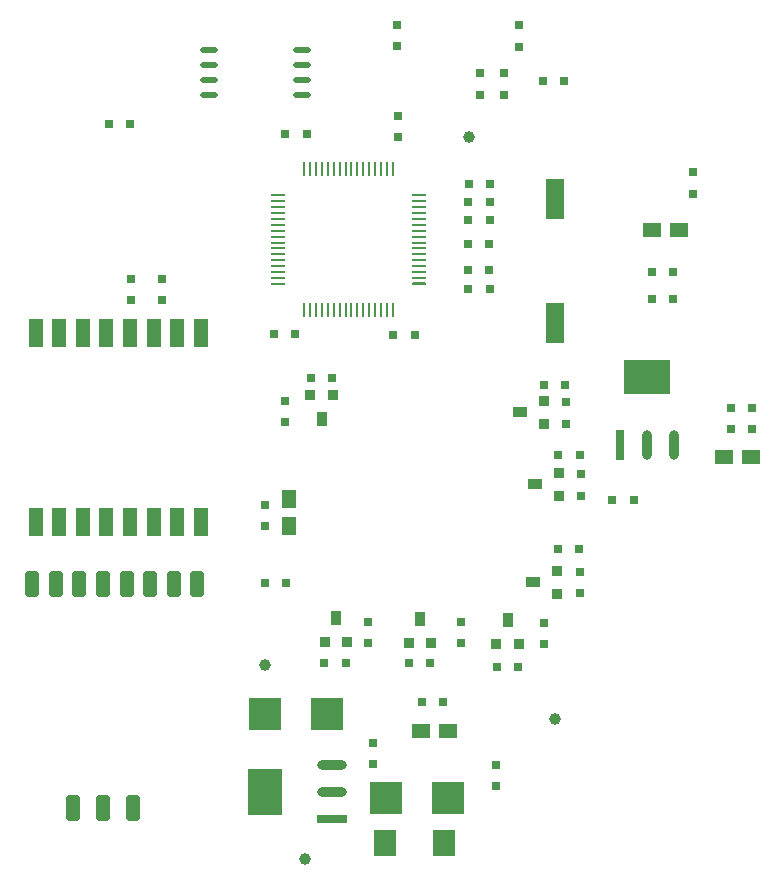
<source format=gtp>
%FSLAX25Y25*%
%MOIN*%
G70*
G01*
G75*
G04 Layer_Color=8421504*
%ADD10R,0.03000X0.03000*%
%ADD11R,0.03000X0.03000*%
%ADD12R,0.06000X0.13780*%
%ADD13R,0.05000X0.01000*%
%ADD14O,0.05000X0.01000*%
%ADD15R,0.01000X0.05000*%
%ADD16C,0.03937*%
%ADD17R,0.03600X0.03600*%
%ADD18R,0.05000X0.03600*%
%ADD19R,0.03600X0.03600*%
%ADD20R,0.03600X0.05000*%
%ADD21R,0.06000X0.05000*%
%ADD22R,0.07500X0.09000*%
%ADD23R,0.10827X0.10827*%
%ADD24R,0.05000X0.06000*%
%ADD25R,0.15748X0.11811*%
%ADD26O,0.03150X0.09843*%
%ADD27R,0.03150X0.09843*%
%ADD28R,0.11811X0.15748*%
%ADD29O,0.09843X0.03150*%
%ADD30R,0.09843X0.03150*%
%ADD31O,0.05906X0.01969*%
G04:AMPARAMS|DCode=32|XSize=86.61mil|YSize=47.24mil|CornerRadius=11.81mil|HoleSize=0mil|Usage=FLASHONLY|Rotation=270.000|XOffset=0mil|YOffset=0mil|HoleType=Round|Shape=RoundedRectangle|*
%AMROUNDEDRECTD32*
21,1,0.08661,0.02362,0,0,270.0*
21,1,0.06299,0.04724,0,0,270.0*
1,1,0.02362,-0.01181,-0.03150*
1,1,0.02362,-0.01181,0.03150*
1,1,0.02362,0.01181,0.03150*
1,1,0.02362,0.01181,-0.03150*
%
%ADD32ROUNDEDRECTD32*%
%ADD33R,0.04724X0.09449*%
%ADD34C,0.01000*%
%ADD35C,0.01969*%
%ADD36C,0.03150*%
%ADD37C,0.01181*%
%ADD38C,0.02953*%
%ADD39C,0.06000*%
%ADD40O,0.07874X0.11811*%
%ADD41C,0.06200*%
%ADD42P,0.06711X8X22.5*%
%ADD43R,0.05906X0.05906*%
%ADD44C,0.05906*%
%ADD45O,0.06000X0.04000*%
%ADD46O,0.04724X0.07874*%
%ADD47P,0.06392X8X22.5*%
%ADD48C,0.05906*%
%ADD49P,0.06392X8X142.5*%
%ADD50P,0.06392X8X82.5*%
%ADD51C,0.06299*%
%ADD52C,0.02362*%
%ADD53R,0.02362X0.04331*%
%ADD54R,0.07087X0.03150*%
%ADD55R,0.01575X0.07874*%
%ADD56O,0.01575X0.07874*%
%ADD57O,0.01969X0.05906*%
%ADD58O,0.02400X0.08000*%
%ADD59C,0.00787*%
%ADD60C,0.00500*%
%ADD61C,0.00800*%
%ADD62C,0.00394*%
%ADD63R,0.02567X0.13000*%
%ADD64R,0.02900X0.14000*%
D10*
X30200Y-95687D02*
D03*
Y-88600D02*
D03*
X46300Y-41100D02*
D03*
Y-48187D02*
D03*
X-40200Y25700D02*
D03*
Y32787D02*
D03*
X-12300Y-40900D02*
D03*
Y-47987D02*
D03*
X18500Y-40900D02*
D03*
Y-47987D02*
D03*
X-2500Y120800D02*
D03*
Y127887D02*
D03*
X38000Y150913D02*
D03*
Y158000D02*
D03*
X-2700Y151013D02*
D03*
Y158100D02*
D03*
X24800Y142000D02*
D03*
Y134913D02*
D03*
X33000Y141987D02*
D03*
Y134900D02*
D03*
X53500Y32287D02*
D03*
Y25200D02*
D03*
X58400Y-24213D02*
D03*
Y-31300D02*
D03*
X58500Y8287D02*
D03*
Y1200D02*
D03*
X-46900Y-8900D02*
D03*
Y-1813D02*
D03*
X-81100Y66413D02*
D03*
Y73500D02*
D03*
X-91500Y66413D02*
D03*
Y73500D02*
D03*
X-10600Y-81100D02*
D03*
Y-88187D02*
D03*
X96000Y101913D02*
D03*
Y109000D02*
D03*
D11*
X53000Y139300D02*
D03*
X45913D02*
D03*
X89400Y66900D02*
D03*
X82313D02*
D03*
X89387Y75800D02*
D03*
X82300D02*
D03*
X46300Y38200D02*
D03*
X53387D02*
D03*
X51000Y14900D02*
D03*
X58087D02*
D03*
X50900Y-16500D02*
D03*
X57987D02*
D03*
X-4000Y54800D02*
D03*
X3087D02*
D03*
X-36700Y55200D02*
D03*
X-43787D02*
D03*
X-40000Y121900D02*
D03*
X-32913D02*
D03*
X20800Y85200D02*
D03*
X27887D02*
D03*
X21000Y70000D02*
D03*
X28087D02*
D03*
X21150Y105050D02*
D03*
X28237D02*
D03*
X20900Y76300D02*
D03*
X27987D02*
D03*
X-91600Y125200D02*
D03*
X-98687D02*
D03*
X21050Y93150D02*
D03*
X28137D02*
D03*
X21064Y99150D02*
D03*
X28150D02*
D03*
X-31487Y40500D02*
D03*
X-24400D02*
D03*
X8287Y-54700D02*
D03*
X1200D02*
D03*
X-19913D02*
D03*
X-27000D02*
D03*
X37587Y-55800D02*
D03*
X30500D02*
D03*
X115600Y23300D02*
D03*
X108513D02*
D03*
X115500Y30400D02*
D03*
X108413D02*
D03*
X5600Y-67600D02*
D03*
X12687D02*
D03*
X69000Y-200D02*
D03*
X76087D02*
D03*
X-46900Y-27900D02*
D03*
X-39813D02*
D03*
D12*
X50000Y58800D02*
D03*
Y100139D02*
D03*
D13*
X4700Y95422D02*
D03*
Y99359D02*
D03*
Y93454D02*
D03*
Y73769D02*
D03*
Y75737D02*
D03*
Y77706D02*
D03*
Y79674D02*
D03*
Y91485D02*
D03*
Y97391D02*
D03*
Y87548D02*
D03*
X-42544Y97391D02*
D03*
X4700Y101328D02*
D03*
Y85580D02*
D03*
Y81643D02*
D03*
X-42544Y71800D02*
D03*
Y73769D02*
D03*
Y75737D02*
D03*
Y77706D02*
D03*
Y79674D02*
D03*
Y81643D02*
D03*
Y83611D02*
D03*
Y85580D02*
D03*
Y87548D02*
D03*
Y89517D02*
D03*
Y91485D02*
D03*
Y93454D02*
D03*
Y95422D02*
D03*
Y99359D02*
D03*
Y101328D02*
D03*
X4700Y83611D02*
D03*
Y89517D02*
D03*
D14*
X4700Y71800D02*
D03*
D15*
X-23843Y110186D02*
D03*
X-21875D02*
D03*
X-19906D02*
D03*
X-25812D02*
D03*
X-8095D02*
D03*
X-29749D02*
D03*
X-15969Y62942D02*
D03*
X-33686Y110186D02*
D03*
X-31717D02*
D03*
X-27780D02*
D03*
X-17938D02*
D03*
X-15969D02*
D03*
X-14001D02*
D03*
X-12032D02*
D03*
X-10064D02*
D03*
X-6127D02*
D03*
X-4158D02*
D03*
X-4158Y62942D02*
D03*
X-6127D02*
D03*
X-12032D02*
D03*
X-14001D02*
D03*
X-17938D02*
D03*
X-19906D02*
D03*
X-21875D02*
D03*
X-23843D02*
D03*
X-25812D02*
D03*
X-27780D02*
D03*
X-29749D02*
D03*
X-31717D02*
D03*
X-33686D02*
D03*
X-10064D02*
D03*
X-8095D02*
D03*
D16*
X50068Y-73132D02*
D03*
X-33500Y-119900D02*
D03*
X-46900Y-55300D02*
D03*
X21150Y120750D02*
D03*
D17*
X46400Y32700D02*
D03*
Y25200D02*
D03*
X50500Y-24000D02*
D03*
Y-31500D02*
D03*
X51400Y8700D02*
D03*
Y1200D02*
D03*
D18*
X38400Y29000D02*
D03*
X42500Y-27700D02*
D03*
X43400Y5000D02*
D03*
D19*
X37900Y-48400D02*
D03*
X30400D02*
D03*
X8700Y-47900D02*
D03*
X1200D02*
D03*
X-19400Y-47700D02*
D03*
X-26900D02*
D03*
X-31600Y34600D02*
D03*
X-24100D02*
D03*
D20*
X34200Y-40400D02*
D03*
X5000Y-39900D02*
D03*
X-23100Y-39700D02*
D03*
X-27900Y26600D02*
D03*
D21*
X115400Y14000D02*
D03*
X106400D02*
D03*
X5300Y-77400D02*
D03*
X14300D02*
D03*
X82300Y89800D02*
D03*
X91300D02*
D03*
D22*
X12885Y-114700D02*
D03*
X-6800D02*
D03*
D23*
X-6569Y-99739D02*
D03*
X14100D02*
D03*
X-25931Y-71700D02*
D03*
X-46600D02*
D03*
D24*
X-38700Y-8800D02*
D03*
Y200D02*
D03*
D25*
X80500Y40700D02*
D03*
D26*
X89610Y18200D02*
D03*
X80555D02*
D03*
D27*
X71500D02*
D03*
D28*
X-46800Y-97600D02*
D03*
D29*
X-24300Y-88490D02*
D03*
Y-97545D02*
D03*
D30*
Y-106600D02*
D03*
D31*
X-34298Y134800D02*
D03*
Y139800D02*
D03*
Y144800D02*
D03*
Y149800D02*
D03*
X-65400Y134800D02*
D03*
Y139800D02*
D03*
Y144800D02*
D03*
Y149800D02*
D03*
D32*
X-110796Y-102903D02*
D03*
X-100796D02*
D03*
X-90796D02*
D03*
X-124418Y-28100D02*
D03*
X-116544D02*
D03*
X-108670D02*
D03*
X-100796D02*
D03*
X-92922D02*
D03*
X-85048D02*
D03*
X-77174D02*
D03*
X-69300D02*
D03*
D33*
X-68099Y55500D02*
D03*
X-123217Y-7500D02*
D03*
X-75973Y55500D02*
D03*
X-83847D02*
D03*
X-91721D02*
D03*
X-99595D02*
D03*
X-107469D02*
D03*
X-115343D02*
D03*
X-123217D02*
D03*
X-68099Y-7492D02*
D03*
X-75973Y-7500D02*
D03*
X-83847D02*
D03*
X-91721D02*
D03*
X-99595D02*
D03*
X-107469D02*
D03*
X-115343D02*
D03*
M02*

</source>
